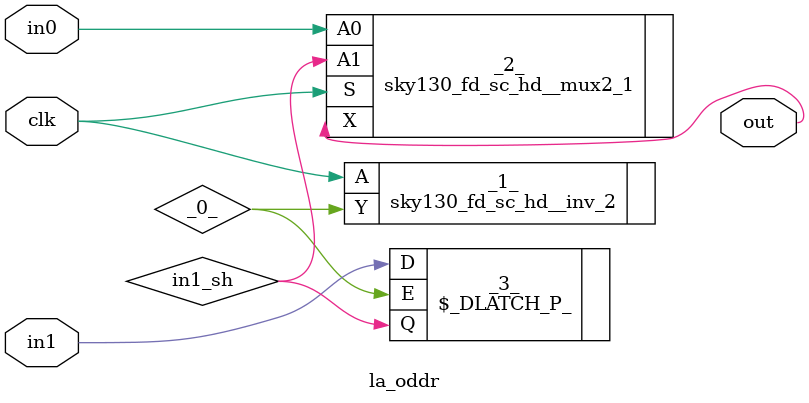
<source format=v>

module la_oddr(clk, in0, in1, out);
  wire _0_;
  input clk;
  input in0;
  input in1;
  wire in1_sh;
  output out;
  sky130_fd_sc_hd__inv_2 _1_ (
    .A(clk),
    .Y(_0_)
  );
  sky130_fd_sc_hd__mux2_1 _2_ (
    .A0(in0),
    .A1(in1_sh),
    .S(clk),
    .X(out)
  );
  \$_DLATCH_P_  _3_ (
    .D(in1),
    .E(_0_),
    .Q(in1_sh)
  );
endmodule

</source>
